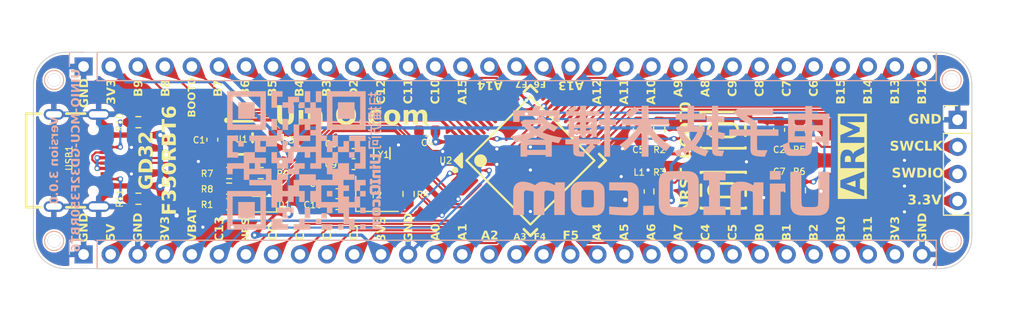
<source format=kicad_pcb>
(kicad_pcb (version 20221018) (generator pcbnew)
  (title_block (title "UINIO-MCU-GD32F350RBT6") (date "2023-08-30") (rev "Version 3.0.0") (company "电子技术博客 UinIO.com"))
  (layers (0 "F.Cu" signal) (31 "B.Cu" signal) (34 "B.Paste" user) (35 "F.Paste" user) (36 "B.SilkS" user "B.Silkscreen") (37 "F.SilkS" user "F.Silkscreen") (38 "B.Mask" user) (39 "F.Mask" user) (44 "Edge.Cuts" user))
  (net 0 "")
  (net 1 "GND")
  (net 2 "/VDD_5V")
  (net 3 "/BOOT0")
  (net 4 "/VDD_3.3V")
  (net 5 "Net-(C6-Pad2)")
  (net 6 "/NRST")
  (net 7 "Net-(U2-PC14-OSC32IN)")
  (net 8 "Net-(U2-PC15-OSC32OUT)")
  (net 9 "Net-(C10-Pad2)")
  (net 10 "Net-(D1-A)")
  (net 11 "/VBAT")
  (net 12 "/PC13")
  (net 13 "/PC0")
  (net 14 "/PC1")
  (net 15 "/PC2")
  (net 16 "/PC3")
  (net 17 "/PA0")
  (net 18 "/PA1")
  (net 19 "/PA2")
  (net 20 "/PA3")
  (net 21 "/PF4")
  (net 22 "/PF5")
  (net 23 "/PA4")
  (net 24 "/PA5")
  (net 25 "/PA6")
  (net 26 "/PA7")
  (net 27 "/PC4")
  (net 28 "/PC5")
  (net 29 "/PB0")
  (net 30 "/PB1")
  (net 31 "/PB2")
  (net 32 "/PB10")
  (net 33 "/PB11")
  (net 34 "/PB9")
  (net 35 "/PB8")
  (net 36 "/PB7")
  (net 37 "/PB6")
  (net 38 "/PB5")
  (net 39 "/PB4")
  (net 40 "/PB3")
  (net 41 "/PD2")
  (net 42 "/PC12")
  (net 43 "/PC11")
  (net 44 "/PC10")
  (net 45 "/PA15")
  (net 46 "/PA14{slash}SWCLK")
  (net 47 "/PF7")
  (net 48 "/PF6")
  (net 49 "/PA13{slash}SWDIO")
  (net 50 "/PA12")
  (net 51 "/PA11")
  (net 52 "/PA10")
  (net 53 "/PA9")
  (net 54 "/PA8")
  (net 55 "/PC9")
  (net 56 "/PC8")
  (net 57 "/PC7")
  (net 58 "/PC6")
  (net 59 "/PB15")
  (net 60 "/PB14")
  (net 61 "/PB13")
  (net 62 "/PB12")
  (net 63 "/VSSA")
  (net 64 "/PF0")
  (net 65 "/PF1")
  (net 67 "Net-(USB1-CC1)")
  (net 68 "/USB_Data+")
  (net 69 "/USB_Data-")
  (net 71 "Net-(USB1-CC2)")
  (footprint "Resistor_SMD:R_0603_1608Metric" (layer "F.Cu") (at 178.36 100.755 -90)
    (fp_text reference "R5")
    (fp_text value "10K")
  )
  (footprint "Capacitor_SMD:C_0603_1608Metric" (layer "F.Cu") (at 136.45 102.01)
    (fp_text reference "C8")
    (fp_text value "10pF")
  )
  (footprint "Capacitor_SMD:C_0603_1608Metric" (layer "F.Cu") (at 176.43 106.44 -90)
    (fp_text reference "C7")
    (fp_text value "0.1uF")
  )
  (footprint "Resistor_SMD:R_0603_1608Metric" (layer "F.Cu") (at 116.245 107.23)
    (fp_text reference "R11")
    (fp_text value "5.1K")
  )
  (footprint "Resistor_SMD:R_0603_1608Metric" (layer "F.Cu") (at 165.16 100.75 90)
    (fp_text reference "R2")
    (fp_text value "10K")
  )
  (footprint "Resistor_SMD:R_0603_1608Metric" (layer "F.Cu") (at 178.37 106.44 -90)
    (fp_text reference "R6")
    (fp_text value "10K")
  )
  (footprint "Resistor_SMD:R_0603_1608Metric" (layer "F.Cu") (at 116.245 100.04)
    (fp_text reference "R10")
    (fp_text value "5.1K")
  )
  (footprint "Uinio:Hole-1mm" (layer "F.Cu") (at 192.63 111.19 180)
    (fp_text reference "HOLE1" hide)
    (fp_text value "Hole-1mm" hide)
  )
  (footprint "Inductor_SMD:L_0603_1608Metric" (layer "F.Cu") (at 163.24 106.545 90)
    (fp_text reference "L1")
    (fp_text value "1KΩ 100Mhz")
  )
  (footprint "Capacitor_SMD:C_0603_1608Metric" (layer "F.Cu") (at 176.42 100.755 -90)
    (fp_text reference "C2")
    (fp_text value "0.1uF")
  )
  (footprint "Resistor_SMD:R_0603_1608Metric" (layer "F.Cu") (at 165.18 106.545 90)
    (fp_text reference "R3")
    (fp_text value "10K")
  )
  (footprint "Uinio:Hole-1mm" (layer "F.Cu") (at 108.33 111.19 180)
    (fp_text reference "HOLE3" hide)
    (fp_text value "Hole-1mm" hide)
  )
  (footprint "Resistor_SMD:R_0603_1608Metric" (layer "F.Cu") (at 141.62 106.78 -90)
    (fp_text reference "R4")
    (fp_text value "1M")
  )
  (footprint "Uinio:LQFP-64_L10.0-W10.0-P0.50-LS12.0-BL" (layer "F.Cu") (at 153.063363 103.64 -45)
    (fp_text reference "U2")
    (fp_text value "GD32F350RBT6")
  )
  (footprint "Crystal:Crystal_SMD_3225-4Pin_3.2x2.5mm" (layer "F.Cu") (at 138.66 106.77)
    (fp_text reference "Y2")
    (fp_text value "8MHz")
  )
  (footprint "Capacitor_SMD:C_0603_1608Metric" (layer "F.Cu") (at 136.45 103.98)
    (fp_text reference "C9")
    (fp_text value "10pF")
  )
  (footprint "Resistor_SMD:R_0603_1608Metric" (layer "F.Cu") (at 127.73 104.82 180)
    (fp_text reference "R9")
    (fp_text value "1.5K")
  )
  (footprint "Capacitor_SMD:C_0603_1608Metric" (layer "F.Cu") (at 163.24 100.75 -90)
    (fp_text reference "C5")
    (fp_text value "0.1uF")
  )
  (footprint "Uinio:SOT-23-5_L3.0-W1.7-P0.95-LS2.8-BR" (layer "F.Cu") (at 126.07 101.51 180)
    (fp_text reference "U1")
    (fp_text value "ME6211C33M5G-N")
  )
  (footprint "Capacitor_SMD:C_0603_1608Metric" (layer "F.Cu") (at 123.19 101.68 -90)
    (fp_text reference "C1")
    (fp_text value "1uF")
  )
  (footprint "Capacitor_SMD:C_0603_1608Metric" (layer "F.Cu") (at 128.95 101.67 -90)
    (fp_text reference "C3")
    (fp_text value "1uF")
  )
  (footprint "Uinio:Hole-1mm" (layer "F.Cu") (at 192.62 96.08 180)
    (fp_text reference "HOLE2" hide)
    (fp_text value "Hole-1mm" hide)
  )
  (footprint "Resistor_SMD:R_0603_1608Metric" (layer "F.Cu") (at 124.77 104.82 180)
    (fp_text reference "R7")
    (fp_text value "50R")
  )
  (footprint "Uinio:USB-C-SMD_TYPEC-304J-BCP16" (layer "F.Cu") (at 110.79 103.633599 -90)
    (fp_text reference "USB1")
    (fp_text value "USB_Type_C_16Pin")
  )
  (footprint "Capacitor_SMD:C_0603_1608Metric" (layer "F.Cu") (at 143.37 100.83)
    (fp_text reference "C4")
    (fp_text value "0.1uF")
  )
  (footprint "Uinio:KEY-SMD_4P-L4.2-W3.4-P2.15-LS4.7" (layer "F.Cu") (at 171.18 106.43)
    (fp_text reference "SW2" hide)
    (fp_text value "NRST")
  )
  (footprint "Resistor_SMD:R_0603_1608Metric" (layer "F.Cu") (at 124.77 107.74 180)
    (fp_text reference "R1")
    (fp_text value "2K")
  )
  (footprint "Resistor_SMD:R_0603_1608Metric" (layer "F.Cu") (at 124.77 106.28 180)
    (fp_text reference "R8")
    (fp_text value "50R")
  )
  (footprint "Connector_PinHeader_2.54mm:PinHeader_1x04_P2.54mm_Vertical" (layer "F.Cu") (at 193.18 99.82)
    (fp_text reference "J3" hide)
    (fp_text value "Conn_01x04_Pin")
  )
  (footprint "Uinio:KEY-SMD_4P-L4.2-W3.4-P2.15-LS4.7" (layer "F.Cu") (at 171.15 100.79)
    (fp_text reference "SW1" hide)
    (fp_text value "BOOT0")
  )
  (footprint "Capacitor_SMD:C_0603_1608Metric" (layer "F.Cu") (at 134.94 105.78 180)
    (fp_text reference "C6")
    (fp_text value "20pF")
  )
  (footprint "Uinio:CRYSTAL-FC135-32.768" (layer "F.Cu") (at 139.11 103 90)
    (fp_text reference "Y1")
    (fp_text value "32.768KHz")
  )
  (footprint "Uinio:Hole-1mm" (layer "F.Cu") (at 108.33 96.08 180)
    (fp_text reference "HOLE4" hide)
    (fp_text value "Hole-1mm" hide)
  )
  (footprint "LED_SMD:LED_0603_1608Metric" (layer "F.Cu") (at 127.73 107.74 180)
    (fp_text reference "D1")
    (fp_text value "LED_Red")
  )
  (footprint "Capacitor_SMD:C_0603_1608Metric" (layer "F.Cu") (at 134.93 107.73)
    (fp_text reference "C10")
    (fp_text value "20pF")
  )
  (footprint "Connector_PinHeader_2.54mm:PinHeader_1x32_P2.54mm_Vertical" (layer "B.Cu") (at 111.1 94.81 -90)
    (fp_text reference "J2" hide)
    (fp_text value "Conn_01x32_Pin")
  )
  (footprint "LOGO" (layer "B.Cu") (at 131.84 103.633599 -90)
    (fp_text reference "")
    (fp_text value "LOGO" hide)
  )
  (footprint "Connector_PinHeader_2.54mm:PinHeader_1x32_P2.54mm_Vertical" (layer "B.Cu") (at 111.1 112.46 -90)
    (fp_text reference "J1" hide)
    (fp_text value "Conn_01x32_Pin")
  )
  (footprint "LOGO" (layer "B.Cu") (at 166.21 103.652659 180)
    (fp_text reference "")
    (fp_text value "LOGO" hide)
  )
  (gr_arc (start 191.52 93.476099) (mid 193.641321 94.354779) (end 194.52 96.476099) (stroke (width 0.1)) (layer "Edge.Cuts"))
  (gr_line (start 194.52 96.476099) (end 194.52 110.791099) (stroke (width 0.1)) (layer "Edge.Cuts"))
  (gr_arc (start 194.52 110.791099) (mid 193.641321 112.91242) (end 191.52 113.791099) (stroke (width 0.1)) (layer "Edge.Cuts"))
  (gr_line (start 106.389999 110.791099) (end 106.389999 96.476099) (stroke (width 0.1)) (layer "Edge.Cuts"))
  (gr_arc (start 109.389999 113.791099) (mid 107.26868 112.912419) (end 106.389999 110.791099) (stroke (width 0.1)) (layer "Edge.Cuts"))
  (gr_line (start 109.389999 93.476099) (end 191.52 93.476099) (stroke (width 0.1)) (layer "Edge.Cuts"))
  (gr_line (start 191.52 113.791099) (end 109.389999 113.791099) (stroke (width 0.1)) (layer "Edge.Cuts"))
  (gr_arc (start 106.389999 96.476099) (mid 107.268679 94.354779) (end 109.389999 93.476099) (stroke (width 0.1)) (layer "Edge.Cuts"))
  (gr_text "Version 3.0.0" (at 108.37 103.633599 90) (layer "B.SilkS") (effects (font (size 0.8 0.8) (thickness 0.1) bold) (justify mirror)))
  (gr_text "UINIO-MCU-GD32F350RBT6" (at 110.4 103.633599 90) (layer "B.SilkS") (effects (font (size 0.8 0.8) (thickness 0.12) bold) (justify mirror)))
  (gr_text "B4" (at 131.417564 96.849232 90) (layer "F.SilkS") (effects (font (size 0.8 0.8) (thickness 0.1) bold)))
  (gr_text "F6" (at 153.94 96.45 180) (layer "F.SilkS") (effects (font (size 0.6 0.6) (thickness 0.1) bold)))
  (gr_text "A2" (at 149.24 110.71) (layer "F.SilkS") (effects (font (size 0.8 0.8) (thickness 0.1) bold)))
  (gr_text "BOOT0" (at 121.298787 97.723572 90) (layer "F.SilkS") (effects (font (size 0.7 0.7) (thickness 0.1) bold)))
  (gr_text "F7" (at 152.21 96.45 180) (layer "F.SilkS") (effects (font (size 0.6 0.6) (thickness 0.1) bold)))
  (gr_text "A8" (at 169.533336 96.868771 90) (layer "F.SilkS") (effects (font (size 0.8 0.8) (thickness 0.1) bold)))
  (gr_text "B14" (at 184.793334 97.17046 90) (layer "F.SilkS") (effects (font (size 0.8 0.8) (thickness 0.1) bold)))
  (gr_text "C3" (at 136.53 110.390551 90) (layer "F.SilkS") (effects (font (size 0.8 0.8) (thickness 0.1) bold)))
  (gr_text "B2" (at 179.71 110.39954 90) (layer "F.SilkS") (effects (font (size 0.8 0.8) (thickness 0.1) bold)))
  (gr_text "GND" (at 111.14 109.937627 90) (layer "F.SilkS") (effects (font (size 0.8 0.8) (thickness 0.1) bold)))
  (gr_text "C7" (at 177.163335 96.85822 90) (layer "F.SilkS") (effects (font (size 0.8 0.8) (thickness 0.1) bold)))
  (gr_text "A13" (at 156.87 96.55 180) (layer "F.SilkS") (effects (font (size 0.8 0.8) (thickness 0.1) bold)))
  (gr_text "C2" (at 134.01 110.390551 90) (layer "F.SilkS") (effects (font (size 0.8 0.8) (thickness 0.1) bold)))
  (gr_text "A9" (at 166.990003 96.868771 90) (layer "F.SilkS") (effects (font (size 0.8 0.8) (thickness 0.1) bold)))
  (gr_text "B13" (at 187.336667 97.17046 90) (layer "F.SilkS") (effects (font (size 0.8 0.8) (thickness 0.1) bold)))
  (gr_text "A12" (at 159.36 97.19 90) (layer "F.SilkS") (effects (font (size 0.8 0.8) (thickness 0.1) bold)))
  (gr_text "BOOT0" (at 167.69 100.79 90) (layer "F.SilkS") (effects (font (size 1 1) (thickness 0.15) bold)))
  (gr_text "C1" (at 131.47 110.390551 90) (layer "F.SilkS") (effects (font (size 0.8 0.8) (thickness 0.1) bold)))
  (gr_text "3V3" (at 139.1 110.069323 90) (layer "F.SilkS") (effects (font (size 0.8 0.8) (thickness 0.1) bold)))
  (gr_text "C10" (at 144.169594 97.18 90) (layer "F.SilkS") (effects (font (size 0.8 0.8) (thickness 0.1) bold)))
  (gr_text "A0" (at 144.19 110.38 90) (layer "F.SilkS") (effects (font (size 0.8 0.8) (thickness 0.1) bold)))
  (gr_text "B8" (at 118.831228 96.849232 90) (layer "F.SilkS") (effects (font (size 0.8 0.8) (thickness 0.1) bold)))
  (gr_text "5V" (at 113.688275 110.390551 90) (layer "F.SilkS") (effects (font (size 0.8 0.8) (thickness 0.1) bold)))
  (gr_text "F5" (at 156.85 110.71) (layer "F.SilkS") (effects (font (size 0.8 0.8) (thickness 0.1) bold)))
  (gr_text "B9" (at 116.280822 96.849232 90) (layer "F.SilkS") (effects (font (size 0.8 0.8) (thickness 0.1) bold)))
  (gr_text "C9" (at 172.076669 96.85822 90) (layer "F.SilkS") (effects (font (size 0.8 0.8) (thickness 0.1) bold)))
  (gr_text "GND" (at 189.9 109.937627 90) (layer "F.SilkS") (effects (font (size 0.8 0.8) (thickness 0.1) bold)))
  (gr_text "3.3V" (at 190.073322 107.39) (layer "F.SilkS") (effects (font (size 0.9 0.9) (thickness 0.15) bold)))
  (gr_text "A10" (at 164.44667 97.19 90) (layer "F.SilkS") (effects (font (size 0.8 0.8) (thickness 0.1) bold)))
  (gr_text "VBAT" (at 121.333064 109.664466 90) (layer "F.SilkS") (effects (font (size 0.8 0.8) (thickness 0.1) bold)))
  (gr_text "C11" (at 141.619188 97.16 90) (layer "F.SilkS") (effects (font (size 0.8 0.8) (thickness 0.1) bold)))
  (gr_text "ARM" (at 184.79 107.0224 90) (layer "F.SilkS" knockout) (effects (font (size 2.2 2.2) (thickness 0.3) bold) (justify left bottom)))
  (gr_text "B0" (at 174.625 110.39954 90) (layer "F.SilkS") (effects (font (size 0.8 0.8) (thickness 0.1) bold)))
  (gr_text "A1" (at 146.73 110.38 90) (layer "F.SilkS") (effects (font (size 0.8 0.8) (thickness 0.1) bold)))
  (gr_text "A11" (at 161.903337 97.19 90) (layer "F.SilkS") (effects (font (size 0.8 0.8) (thickness 0.1) bold)))
  (gr_text "GND" (at 141.64 109.937627 90) (layer "F.SilkS") (effects (font (size 0.8 0.8) (thickness 0.1) bold)))
  (gr_text "SWCLK" (at 189.3 102.336668) (layer "F.SilkS") (effects (font (size 0.9 0.9) (thickness 0.15) bold)))
  (gr_text "C8" (at 174.620002 96.85822 90) (layer "F.SilkS") (effects (font (size 0.8 0.8) (thickness 0.1) bold)))
  (gr_text "3V3" (at 113.730416 97.179448 90) (layer "F.SilkS") (effects (font (size 0.8 0.8) (thickness 0.1) bold)))
  (gr_text "C4" (at 169.54 110.390551 90) (layer "F.SilkS") (effects (font (size 0.8 0.8) (thickness 0.1) bold)))
  (gr_text "A5" (at 161.9125 110.38 90) (layer "F.SilkS") (effects (font (size 0.8 0.8) (thickness 0.1) bold)))
  (gr_text "GND" (at 190.108053 99.81) (layer "F.SilkS") (effects (font (size 0.9 0.9) (thickness 0.15) bold)))
  (gr_text "B6" (at 126.316752 96.849232 90) (layer "F.SilkS") (effects (font (size 0.8 0.8) (thickness 0.1) bold)))
  (gr_text "B12" (at 189.88 97.17046 90) (layer "F.SilkS") (effects (font (size 0.8 0.8) (thickness 0.1) bold)))
  (gr_text "B1" (at 177.1675 110.39954 90) (layer "F.SilkS") (effects (font (size 0.8 0.8) (thickness 0.1) bold)))
  (gr_text "C5" (at 172.0825 110.390551 90) (layer "F.SilkS") (effects (font (size 0.8 0.8) (thickness 0.1) bold)))
  (gr_text "A4" (at 159.37 110.38 90) (layer "F.SilkS") (effects (font (size 0.8 0.8) (thickness 0.1) bold)))
  (gr_text "NRST" (at 167.69 106.43 90) (layer "F.SilkS") (effects (font (size 1 1) (thickness 0.15) bold)))
  (gr_text "3V3" (at 118.784801 110.069323 90) (layer "F.SilkS") (effects (font (size 0.8 0.8) (thickness 0.1) bold)))
  (gr_text "C0" (at 128.91 110.390551 90) (layer "F.SilkS") (effects (font (size 0.8 0.8) (thickness 0.1) bold)))
  (gr_text "B11" (at 184.795 110.078311 90) (layer "F.SilkS") (effects (font (size 0.8 0.8) (thickness 0.1) bold)))
  (gr_text "C13" (at 123.881327 110.069323 90) (layer "F.SilkS") (effects (font (size 0.8 0.8) (thickness 0.1) bold)))
  (gr_text "F4" (at 153.95 110.82) (layer "F.SilkS") (effects (font (size 0.6 0.6) (thickness 0.1) bold)))
  (gr_text "A14" (at 149.26 96.55 180) (layer "F.SilkS") (effects (font (size 0.8 0.8) (thickness 0.1) bold)))
  (gr_text "3V3" (at 187.35 110.07 90) (layer "F.SilkS") (effects (font (size 0.8 0.8) (thickness 0.1) bold)))
  (gr_text "A7" (at 166.9975 110.38 90) (layer "F.SilkS") (effects (font (size 0.8 0.8) (thickness 0.1) bold)))
  (gr_text "NRST" (at 126.346743 109.815506 90) (layer "F.SilkS") (effects (font (size 0.7 0.7) (thickness 0.1) bold)))
  (gr_text "B10" (at 182.2525 110.078311 90) (layer "F.SilkS") (effects (font (size 0.8 0.8) (thickness 0.1) bold)))
  (gr_text "B15" (at 182.250001 97.17046 90) (layer "F.SilkS") (effects (font (size 0.8 0.8) (thickness 0.1) bold)))
  (gr_text "D2" (at 136.518376 96.855875 90) (layer "F.SilkS") (effects (font (size 0.8 0.8) (thickness 0.1) bold)))
  (gr_text "GND" (at 116.236538 109.937627 90) (layer "F.SilkS") (effects (font (size 0.8 0.8) (thickness 0.1) bold)))
  (gr_text "UinIO.com" (at 129.04 100.58) (layer "F.SilkS") (effects (font (size 1.8 1.8) (thickness 0.3) bold) (justify left bottom)))
  (gr_text "A15" (at 146.72 97.19 90) (layer "F.SilkS") (effects (font (size 0.8 0.8) (thickness 0.1) bold)))
  (gr_text "B7" (at 123.766346 96.849232 90) (layer "F.SilkS") (effects (font (size 0.8 0.8) (thickness 0.1) bold)))
  (gr_text "A6" (at 164.455 110.38 90) (layer "F.SilkS") (effects (font (size 0.8 0.8) (thickness 0.1) bold)))
  (gr_text "GND" (at 111.18 97.311144 90) (layer "F.SilkS") (effects (font (size 0.8 0.8) (thickness 0.1) bold)))
  (gr_text "SWDIO" (at 189.425296 104.863334) (layer "F.SilkS") (effects (font (size 0.9 0.9) (thickness 0.15) bold)))
  (gr_text "B5" (at 128.867158 96.849232 90) (layer "F.SilkS") (effects (font (size 0.8 0.8) (thickness 0.1) bold)))
  (gr_text "A3" (at 152.08 110.82) (layer "F.SilkS") (effects (font (size 0.6 0.6) (thickness 0.1) bold)))
  (gr_text "C6" (at 179.706668 96.85822 90) (layer "F.SilkS") (effects (font (size 0.8 0.8) (thickness 0.1) bold)))
  (gr_text "B3" (at 133.96797 96.849232 90) (layer "F.SilkS") (effects (font (size 0.8 0.8) (thickness 0.1) bold)))
  (gr_text "C12" (at 139.068782 97.18 90) (layer "F.SilkS") (effects (font (size 0.8 0.8) (thickness 0.1) bold)))
  (gr_text "GD32\nF350RBT6" (at 118.13 103.633599 90) (layer "F.SilkS") (effects (font (size 1.3 1.3) (thickness 0.15) bold)))
  (segment (start 135.675 103.98) (end 135.675 102.01) (width 0.3) (layer "F.Cu") (net 1))
  (segment (start 135.715 104.955) (end 131.3025 104.955) (width 0.3) (layer "F.Cu") (net 1))
  (segment (start 117.054 107.306) (end 115.16 109.2) (width 0.4) (layer "F.Cu") (net 1))
  (segment (start 112.509 99.308599) (end 112.509 99.669) (width 0.5) (layer "F.Cu") (net 1))
  (segment (start 115.16 109.2) (end 112.59 109.2) (width 0.4) (layer "F.Cu") (net 1))
  (segment (start 165.365 99.72) (end 168.995 99.72) (width 0.3) (layer "F.Cu") (net 1))
  (segment (start 123.785 101.224) (end 123.18 100.619) (width 0.3) (layer "F.Cu") (net 1))
  (segment (start 146.699402 101.859402) (end 144.67 99.83) (width 0.3) (layer "F.Cu") (net 1))
  (segment (start 133.25625 102.182278) (end 133.25625 102.18375) (width 0.3) (layer "F.Cu") (net 1))
  (segment (start 142.595 101.590026) (end 142.595 100.83) (width 0.3) (layer "F.Cu") (net 1))
  (segment (start 149.9 103.99) (end 149.91 104) (width 0.3) (layer "F.Cu") (net 1))
  (segment (start 112.509 107.595599) (end 113.271 106.833599) (width 0.5) (layer "F.Cu") (net 1))
  (segment (start 144.7595 108.78) (end 134.38 108.78) (width 0.3) (layer "F.Cu") (net 1))
  (segment (start 151.695 103.24) (end 150.935 104) (width 0.3) (layer "F.Cu") (net 1))
  (segment (start 162.0695 107.3325) (end 163.24 107.3325) (width 0.3) (layer "F.Cu") (net 1))
  (segment (start 135.715 104.955) (end 142.425 104.955) (width 0.3) (layer "F.Cu") (net 1))
  (segment (start 134.38 108.78) (end 134.155 108.555) (width 0.3) (layer "F.Cu") (net 1))
  (segment (start 162.645 99.975) (end 159.38 103.24) (width 0.3) (layer "F.Cu") (net 1))
  (segment (start 119.835 108.805) (end 116.18 112.46) (width 0.5) (layer "F.Cu") (net 1))
  (segment (start 143.795474 102.7905) (end 142.595 101.590026) (width 0.3) (layer "F.Cu") (net 1))
  (segment (start 163.24 99.975) (end 162.645 99.975) (width 0.3) (layer "F.Cu") (net 1))
  (segment (start 144.83 103.99) (end 143.52 103.99) (width 0.3) (layer "F.Cu") (net 1))
  (segment (start 176.42 99.98) (end 178.31 99.98) (width 0.3) (layer "F.Cu") (net 1))
  (segment (start 118.99 99.83) (end 118.03 98.87) (width 0.3) (layer "F.Cu") (net 1))
  (segment (start 128.5175 107.74) (end 134.145 107.74) (width 0.3) (layer "F.Cu") (net 1))
  (segment (start 144.7395 107.2695) (end 146.27 107.2695) (width 0.3) (layer "F.Cu") (net 1))
  (segment (start 133.25625 102.18375) (end 128.5175 106.9225) (width 0.3) (layer "F.Cu") (net 1))
  (segment (start 123.13 99.83) (end 118.99 99.83) (width 0.3) (layer "F.Cu") (net 1))
  (segment (start 163.24 99.975) (end 165.11 99.975) (width 0.3) (layer "F.Cu") (net 1))
  (segment (start 135.715 104.955) (end 135.715 104.02) (width 0.3) (layer "F.Cu") (net 1))
  (segment (start 133.43 102.01) (end 133.34 102.1) (width 0.2) (layer "F.Cu") (net 1))
  (segment (start 169 99.715) (end 173.3 99.715) (width 0.3) (layer "F.Cu") (net 1))
  (segment (start 143.52 103.99) (end 140.36 100.83) (width 0.3) (layer "F.Cu") (net 1))
  (segment (start 124.76 101.224) (end 123.785 101.224) (width 0.3) (layer "F.Cu") (net 1))
  (segment (start 134.608528 100.83) (end 133.25625 102.182278) (width 0.3) (layer "F.Cu") (net 1))
  (segment (start 134.155 108.555) (end 134.155 107.73) (width 0.3) (layer "F.Cu") (net 1))
  (segment (start 112.509 99.669) (end 113.271 100.431) (width 0.5) (layer "F.Cu") (net 1))
  (segment (start 131.3025 104.955) (end 128.5175 107.74) (width 0.3) (layer "F.Cu") (net 1))
  (segment (start 135.715 105.78) (end 135.715 104.955) (width 0.3) (layer "F.Cu") (net 1))
  (segment (start 113.971401 99.308599) (end 112.509 99.308599) (width 0.3) (layer "F.Cu") (net 1))
  (segment (start 122.3 109.9) (end 125.08 109.9) (width 0.13) (layer "F.Cu") (net 1))
  (segment (start 173.305 99.71) (end 176.15 99.71) (width 0.3) (layer "F.Cu") (net 1))
  (segment (start 112.509 109.119) (end 112.509 107.958599) (width 0.4) (layer "F.Cu") (net 1))
  (segment (start 112.59 109.2) (end 112.509 109.119) (width 0.4) (layer "F.Cu") (net 1))
  (segment (start 140.36 100.83) (end 134.608528 100.83) (width 0.3) (layer "F.Cu") (net 1))
  (segment (start 118.03 98.87) (end 114.41 98.87) (width 0.3) (layer "F.Cu") (net 1))
  (segment (start 135.675 102.01) (end 133.43 102.01) (width 0.3) (layer "F.Cu") (net 1))
  (segment (start 142.425 104.955) (end 142.71 105.24) (width 0.3) (layer "F.Cu") (net 1))
  (segment (start 178.47 99.82) (end 193.18 99.82) (width 0.3) (layer "F.Cu") (net 1))
  (segment (start 161.352057 107.3325) (end 162.0695 107.3325) (width 0.3) (layer "F.Cu") (net 1))
  (segment (start 147.387169 102.56) (end 146.699402 101.872233) (width 0.3) (layer "F.Cu") (net 1))
  (segment (start 128.92 99.83) (end 123.13 99.83) (width 0.3) (layer "F.Cu") (net 1))
  (segment (start 114.41 98.87) (end 113.971401 99.308599) (width 0.3) (layer "F.Cu") (net 1))
  (segment (start 123.17 99.87) (end 123.17 100.885) (width 0.3) (layer "F.Cu") (net 1))
  (segment (start 112.509 107.958599) (end 112.509 107.595599) (width 0.5) (layer "F.Cu") (net 1))
  (segment (start 150.935 104) (end 149.91 104) (width 0.3) (layer "F.Cu") (net 1))
  (segment (start 142.71 105.24) (end 144.7395 107.2695) (width 0.3) (layer "F.Cu") (net 1))
  (segment (start 144.83 102.7905) (end 143.795474 102.7905) (width 0.3) (layer "F.Cu") (net 1))
  (segment (start 128.92 99.83) (end 128.94 99.85) (width 0.3) (layer "F.Cu") (net 1))
  (segment (start 128.94 99.85) (end 128.94 100.885) (width 0.3) (layer "F.Cu") (net 1))
  (segment (start 159.38 103.24) (end 151.695 103.24) (width 0.3) (layer "F.Cu") (net 1))
  (segment (start 144.83 103.99) (end 149.9 103.99) (width 0.3) (layer "F.Cu") (net 1))
  (segment (start 159.427324 105.407767) (end 161.352057 107.3325) (width 0.3) (layer "F.Cu") (net 1))
  (segment (start 149.91 102.56) (end 147.387169 102.56) (width 0.3) (layer "F.Cu") (net 1))
  (segment (start 123.13 99.83) (end 123.17 99.87) (width 0.3) (layer "F.Cu") (net 1))
  (segment (start 146.699402 101.872233) (end 146.699402 101.859402) (width 0.3) (layer "F.Cu") (net 1))
  (segment (start 128.5175 106.9225) (end 128.5175 107.74) (width 0.3) (layer "F.Cu") (net 1))
  (segment (start 144.67 99.83) (end 128.92 99.83) (width 0.3) (layer "F.Cu") (net 1))
  (via (at 164.11 104.53) (size 0.5) (drill 0.3) (layers "F.Cu" "B.Cu") (net 1))
  (via (at 125.08 109.9) (size 0.5) (drill 0.3) (layers "F.Cu" "B.Cu") (net 1))
  (via (at 149.91 104) (size 0.5) (drill 0.3) (layers "F.Cu" "B.Cu") (net 1))
  (via (at 153.06 104.53) (size 0.5) (drill 0.3) (layers "F.Cu" "B.Cu") (net 1))
  (via (at 122.3 109.9) (size 0.5) (drill 0.3) (layers "F.Cu" "B.Cu") (net 1))
  (via (at 144.83 102.7905) (size 0.5) (drill 0.3) (layers "F.Cu" "B.Cu") (net 1))
  (via (at 144.83 103.99) (size 0.5) (drill 0.3) (layers "F.Cu" "B.Cu") (net 1))
  (via (at 161.964 107.3325) (size 0.9) (drill 0.4) (layers "F.Cu" "B.Cu") (net 1))
  (via (at 174.97209 107.12315) (size 0.7) (drill 0.3) (layers "F.Cu" "B.Cu") (net 1))
  (via (at 188.19 108.46) (size 0.5) (drill 0.3) (layers "F.Cu" "B.Cu") (net 1))
  (via (at 128.5175 106.9225) (size 0.5) (drill 0.3) (layers "F.Cu" "B.Cu") (net 1))
  (via (at 161.59 105.15) (size 0.5) (drill 0.3) (layers "F.Cu" "B.Cu") (net 1))
  (via (at 115.594819 102.404427) (size 0.5) (drill 0.3) (layers "F.Cu" "B.Cu") (net 1))
  (via (at 161.7 102.53) (size 0.5) (drill 0.3) (layers "F.Cu" "B.Cu") (net 1))
  (via (at 173.35 103.76) (size 0.5) (drill 0.3) (layers "F.Cu" "B.Cu") (net 1))
  (via (at 153.06 108.43) (size 0.5) (drill 0.3) (layers "F.Cu" "B.Cu") (net 1))
  (via (at 115.59 104.9) (size 0.5) (drill 0.3) (layers "F.Cu" "B.Cu") (net 1))
  (via (at 188.19 106.04) (size 0.5) (drill 0.3) (layers "F.Cu" "B.Cu") (net 1))
  (via (at 152.68 99.27) (size 0.5) (drill 0.3) (layers "F.Cu" "B.Cu") (net 1))
  (via (at 146.27 107.2695) (size 0.5) (drill 0.3) (layers "F.Cu" "B.Cu") (net 1))
  (via (at 121.88 103.73) (size 0.5) (drill 0.3) (layers "F.Cu" "B.Cu") (net 1))
  (via (at 188.19 103.62) (size 0.5) (drill 0.3) (layers "F.Cu" "B.Cu") (net 1))
  (via (at 149.91 102.56) (size 0.5) (drill 0.3) (layers "F.Cu" "B.Cu") (net 1))
  (via (at 119.835 108.805) (size 0.9) (drill 0.4) (layers "F.Cu" "B.Cu") (net 1))
  (via (at 153.06 102.37) (size 0.5) (drill 0.3) (layers "F.Cu" "B.Cu") (net 1))
  (via (at 129.62 103.76) (size 0.5) (drill 0.3) (layers "F.Cu" "B.Cu") (net 1))
  (via (at 144.7595 108.78) (size 0.5) (drill 0.3) (layers "F.Cu" "B.Cu") (net 1))
  (via (at 180.35 106.53) (size 0.5) (drill 0.3) (layers "F.Cu" "B.Cu") (net 1))
  (via (at 140.67 102.18) (size 0.5) (drill 0.3) (layers "F.Cu" "B.Cu") (net 1))
  (segment (start 149.91 104) (end 149.91 104.944974) (width 0.3) (layer "B.Cu") (net 1))
  (segment (start 144.83 102.7905) (end 144.83 103.99) (width 0.3) (layer "B.Cu") (net 1))
  (segment (start 112.509 107.958599) (end 108.309 107.958599) (width 0.5) (layer "B.Cu") (net 1))
  (segment (start 149.9 102.56) (end 146.27 106.19) (width 0.3) (layer "B.Cu") (net 1))
  (segment (start 118.998599 107.958599) (end 112.509 107.958599) (width 0.5) (layer "B.Cu") (net 1))
  (segment (start 108.309 107.958599) (end 108.309 99.308599) (width 0.5) (layer "B.Cu") (net 1))
  (segment (start 142.98 111.08) (end 141.6 112.46) (width 0.3) (layer "B.Cu") (net 1))
  (segment (start 121.88 100) (end 121.055 99.175) (width 0.3) (layer "B.Cu") (net 1))
  (segment (start 149.91 102.56) (end 149.9 102.56) (width 0.3) (layer "B.Cu") (net 1))
  (segment (start 119.835 108.795) (end 118.998599 107.958599) (width 0.5) (layer "B.Cu") (net 1))
  (segment (start 121.055 99.175) (end 112.519 99.175) (width 0.3) (layer "B.Cu") (net 1))
  (segment (start 149.91 104.944974) (end 143.774974 111.08) (width 0.3) (layer "B.Cu") (net 1))
  (segment (start 143.774974 111.08) (end 142.98 111.08) (width 0.3) (layer "B.Cu") (net 1))
  (segment (start 108.309 99.308599) (end 112.509 99.308599) (width 0.5) (layer "B.Cu") (net 1))
  (segment (start 146.27 106.19) (end 146.27 107.2695) (width 0.3) (layer "B.Cu") (net 1))
  (segment (start 119.835 108.805) (end 119.835 108.795) (width 0.5) (layer "B.Cu") (net 1))
  (segment (start 121.88 103.73) (end 121.88 100) (width 0.3) (layer "B.Cu") (net 1))
  (segment (start 144.7595 108.78) (end 146.27 107.2695) (width 0.3) (layer "B.Cu") (net 1))
  (segment (start 149.91 102.56) (end 149.91 104) (width 0.3) (layer "B.Cu") (net 1))
  (segment (start 129.62 103.76) (end 129.62 105.82) (width 0.3) (layer "B.Cu") (net 1))
  (segment (start 121.91 103.76) (end 129.62 103.76) (width 0.3) (layer "B.Cu") (net 1))
  (segment (start 121.88 103.73) (end 121.91 103.76) (width 0.3) (layer "B.Cu") (net 1))
  (segment (start 129.62 105.82) (end 128.5175 106.9225) (width 0.3) (layer "B.Cu") (net 1))
  (segment (start 124.77 102.46) (end 125.71 102.46) (width 0.5) (layer "F.Cu") (net 2))
  (segment (start 125.71 102.46) (end 126.07 102.1) (width 0.5) (layer "F.Cu") (net 2))
  (segment (start 118.32 107.74) (end 123.945 107.74) (width 0.5) (layer "F.Cu") (net 2))
  (segment (start 119.515 102.455) (end 118.31 101.25) (width 0.5) (layer "F.Cu") (net 2))
  (segment (start 118.31 101.25) (end 113.287401 101.25) (width 0.5) (layer "F.Cu") (net 2))
  (segment (start 126.07 100.86) (end 125.77 100.56) (width 0.5) (layer "F.Cu") (net 2))
  (segment (start 125.77 100.56) (end 124.77 100.56) (width 0.5) (layer "F.Cu") (net 2))
  (segment (start 126.07 102.1) (end 126.07 100.86) (width 0.5) (layer "F.Cu") (net 2))
  (segment (start 118.32 107.74) (end 118.36 107.74) (width 0.5) (layer "F.Cu") (net 2))
  (segment (start 118.29 107.71) (end 118.32 107.74) (width 0.5) (layer "F.Cu") (net 2))
  (segment (start 118.36 107.74) (end 113.64 112.46) (width 0.5) (layer "F.Cu") (net 2))
  (segment (start 124.765 102.455) (end 119.515 102.455) (width 0.5) (layer "F.Cu") (net 2))
  (segment (start 113.274599 106.03) (end 118.29 106.03) (width 0.5) (layer "F.Cu") (net 2))
  (segment (start 118.29 106.03) (end 118.29 107.71) (width 0.5) (layer "F.Cu") (net 2))
  (via (at 118.29 106.03) (size 0.9) (drill 0.4) (layers "F.Cu" "B.Cu") (net 2))
  (via (at 118.31 101.25) (size 0.9) (drill 0.4) (layers "F.Cu" "B.Cu") (net 2))
  (segment (start 118.31 106.01) (end 118.29 106.03) (width 0.5) (layer "B.Cu") (net 2))
  (segment (start 118.31 101.25) (end 118.31 106.01) (width 0.5) (layer "B.Cu") (net 2))
  (segment (start 145.828489 98.88) (end 125.43 98.88) (width 0.2) (layer "F.Cu") (net 3))
  (segment (start 166.974 101.596) (end 167.8 100.77) (width 0.2) (layer "F.Cu") (net 3))
  (segment (start 167.8 100.77) (end 174.83 100.77) (width 0.2) (layer "F.Cu") (net 3))
  (segment (start 149.914 101.596) (end 148.544489 101.596) (width 0.2) (layer "F.Cu") (net 3))
  (segment (start 166.536 101.596) (end 165.181 101.596) (width 0.2) (layer "F.Cu") (net 3))
  (segment (start 147.760062 100.811573) (end 145.828489 98.88) (width 0.2) (layer "F.Cu") (net 3))
  (segment (start 175.59 101.53) (end 176.42 101.53) (width 0.2) (layer "F.Cu") (net 3))
  (segment (start 148.544489 101.596) (end 147.760062 100.811573) (width 0.2) (layer "F.Cu") (net 3))
  (segment (start 174.83 100.77) (end 175.59 101.53) (width 0.2) (layer "F.Cu") (net 3))
  (segment (start 125.43 98.88) (end 121.26 94.71) (width 0.2) (layer "F.Cu") (net 3))
  (segment (start 166.536 101.596) (end 166.974 101.596) (width 0.2) (layer "F.Cu") (net 3))
  (via (at 149.914 101.596) (size 0.5) (drill 0.3) (layers "F.Cu" "B.Cu") (net 3))
  (via (at 166.536 101.596) (size 0.5) (drill 0.3) (layers "F.Cu" "B.Cu") (net 3))
  (segment (start 166.536 101.596) (end 149.914 101.596) (width 0.2) (layer "B.Cu") (net 3))
  (segment (start 178.37 107.86) (end 178.58 108.07) (width 0.3) (layer "F.Cu") (net 4))
  (segment (start 128.94 102.159) (end 128.94 103.31) (width 0.3) (layer "F.Cu") (net 4))
  (segment (start 150.588489 109.301511) (end 149.1 110.79) (width 0.2) (layer "F.Cu") (net 4))
  (segment (start 129.17 108.64) (end 130.34 108.64) (width 0.3) (layer "F.Cu") (net 4))
  (segment (start 177.4 104.59) (end 174.67 101.86) (width 0.3) (layer "F.Cu") (net 4))
  (segment (start 144.16 101.89) (end 144.16 100.845) (width 0.3) (layer "F.Cu") (net 4))
  (segment (start 178.58 108.07) (end 182.81 108.07) (width 0.3) (layer "F.Cu") (net 4))
  (segment (start 178.37 107.265) (end 178.37 107.86) (width 0.3) (layer "F.Cu") (net 4))
  (segment (start 178.345 107.265) (end 177.4 106.32) (width 0.3) (layer "F.Cu") (net 4))
  (segment (start 169 101.865) (end 169 102.489) (width 0.3) (layer "F.Cu") (net 4))
  (segment (start 174.67 101.86) (end 173.305 101.86) (width 0.3) (layer "F.Cu") (net 4))
  (segment (start 130.275 102.445) (end 128.95 102.445) (width 0.3) (layer "F.Cu") (net 4))
  (segment (start 163.23 102.354) (end 163.23 101.83) (width 0.3) (layer "F.Cu") (net 4))
  (segment (start 178.545 107.44) (end 193.18 107.44) (width 0.3) (layer "F.Cu") (net 4))
  (segment (start 177.4 106.32) (end 177.4 104.59) (width 0.3) (layer "F.Cu") (net 4))
  (segment (start 128.555 103.695) (end 128.555 104.82) (width 0.3) (layer "F.Cu") (net 4))
  (segment (start 161.266663 106.54) (end 164.85 106.54) (width 0.3) (layer "F.Cu") (net 4))
  (segment (start 166.27 107.37) (end 166.29 107.39) (width 0.3) (layer "F.Cu") (net 4))
  (segment (start 168.479 103.01) (end 167.34 103.01) (width 0.3) (layer "F.Cu") (net 4))
  (segment (start 144.16 101.89) (end 146.010063 101.89) (width 0.3) (layer "F.Cu") (net 4))
  (segment (start 165.18 107.37) (end 166.27 107.37) (width 0.3) (layer "F.Cu") (net 4))
  (segment (start 130.34 108.64) (end 122.54 108.64) (width 0.3) (layer "F.Cu") (net 4))
  (segment (start 159.780877 105.054214) (end 161.266663 106.54) (width 0.3) (layer "F.Cu") (net 4))
  (segment (start 128.94 103.31) (end 128.555 103.695) (width 0.3) (layer "F.Cu") (net 4))
  (segment (start 169 102.489) (end 168.479 103.01) (width 0.3) (layer "F.Cu") (net 4))
  (segment (start 164.85 106.54) (end 165.18 106.87) (width 0.3) (layer "F.Cu") (net 4))
  (segment (start 182.81 108.07) (end 187.3 112.56) (width 0.3) (layer "F.Cu") (net 4))
  (segment (start 149.1 110.79) (end 140.81 110.79) (width 0.2) (layer "F.Cu") (net 4))
  (segment (start 122.54 108.64) (end 118.72 112.46) (width 0.3) (layer "F.Cu") (net 4))
  (segment (start 130.34 102.38) (end 130.275 102.445) (width 0.3) (layer "F.Cu") (net 4))
  (segment (start 127.37 100.94) (end 127.37 100.56) (width 0.3) (layer "F.Cu") (net 4))
  (segment (start 140.81 110.79) (end 139.04 112.56) (width 0.2) (layer "F.Cu") (net 4))
  (segment (start 165.18 106.87) (end 165.18 107.37) (width 0.3) (layer "F.Cu") (net 4))
  (segment (start 167.34 103.01) (end 163.886 103.01) (width 0.3) (layer "F.Cu") (net 4))
  (segment (start 163.886 103.01) (end 163.23 102.354) (width 0.3) (layer "F.Cu") (net 4))
  (segment (start 128.805 102.375) (end 127.37 100.94) (width 0.3) (layer "F.Cu") (net 4))
  (segment (start 127.16 110.65) (end 129.17 108.64) (width 0.3) (layer "F.Cu") (net 4))
  (segment (start 173.3 101.865) (end 169 101.865) (width 0.3) (layer "F.Cu") (net 4))
  (via (at 127.16 110.65) (size 0.7) (drill 0.3) (layers "F.Cu" "B.Cu") (net 4))
  (via (at 130.34 108.64) (size 0.9) (drill 0.4) (layers "F.Cu" "B.Cu") (net 4))
  (via (at 144.16 101.89) (size 0.7) (drill 0.3) (layers "F.Cu" "B.Cu") (net 4))
  (via (at 166.29 107.39) (size 0.7) (drill 0.3) (layers "F.Cu" "B.Cu") (net 4))
  (via (at 167.34 103.01) (size 0.7) (drill 0.3) (layers "F.Cu" "B.Cu") (net 4))
  (via (at 130.34 102.38) (size 0.9) (drill 0.4) (layers "F.Cu" "B.Cu") (net 4))
  (segment (start 137.23 110.65) (end 139.04 112.46) (width 0.3) (layer "B.Cu") (net 4))
  (segment (start 166.91 100.58) (end 167.34 101.01) (width 0.3) (layer "B.Cu") (net 4))
  (segment (start 137.78 100.58) (end 166.91 100.58) (width 0.3) (layer "B.Cu") (net 4))
  (segment (start 124.21 96.24) (end 115.07 96.24) (width 0.3) (layer "B.Cu") (net 4))
  (segment (start 130.34 102.38) (end 130.34 102.37) (width 0.3) (layer "B.Cu") (net 4))
  (segment (start 130.34 102.37) (end 124.21 96.24) (width 0.3) (layer "B.Cu") (net 4))
  (segment (start 167.34 101.01) (end 167.34 103.01) (width 0.3) (layer "B.Cu") (net 4))
  (segment (start 115.07 96.24) (end 113.64 94.81) (width 0.3) (layer "B.Cu") (net 4))
  (segment (start 127.16 110.65) (end 137.23 110.65) (width 0.3) (layer "B.Cu") (net 4))
  (segment (start 130.34 102.38) (end 132.14 100.58) (width 0.3) (layer "B.Cu") (net 4))
  (segment (start 144.16 101.89) (end 144.16 100.58) (width 0.3) (layer "B.Cu") (net 4))
  (segment (start 166.29 104.06) (end 167.34 103.01) (width 0.3) (layer "B.Cu") (net 4))
  (segment (start 130.34 102.38) (end 130.34 108.64) (width 0.3) (layer "B.Cu") (net 4))
  (segment (start 132.14 100.58) (end 137.78 100.58) (width 0.3) (layer "B.Cu") (net 4))
  (segment (start 166.29 107.39) (end 166.29 104.06) (width 0.3) (layer "B.Cu") (net 4))
  (segment (start 144.16 100.58) (end 137.78 100.58) (width 0.3) (layer "B.Cu") (net 4))
  (segment (start 136.81 105.92) (end 136.06 106.67) (width 0.2) (layer "F.Cu") (net 5))
  (segment (start 134.46 106.67) (end 134.165 106.375) (width 0.2) (layer "F.Cu") (net 5))
  (segment (start 137.56 105.92) (end 136.81 105.92) (width 0.2) (layer "F.Cu") (net 5))
  (segment (start 134.165 106.375) (end 134.165 105.78) (width 0.2) (layer "F.Cu") (net 5))
  (segment (start 136.06 106.67) (end 134.46 106.67) (width 0.2) (layer "F.Cu") (net 5))
  (segment (start 152.052703 103.59) (end 148.467169 107.175534) (width 0.2) (layer "F.Cu") (net 6))
  (segment (start 148.467169 107.182831) (end 146.36 109.29) (width 0.2) (layer "F.Cu") (net 6))
  (segment (start 165.18 105.72) (end 165.18 104.65) (width 0.2) (layer "F.Cu") (net 6))
  (segment (start 129.62 109.29) (end 126.35 112.56) (width 0.2) (layer "F.Cu") (net 6))
  (segment (start 165.18 104.65) (end 164.12 103.59) (width 0.2) (layer "F.Cu") (net 6))
  (segment (start 167.215 105.155) (end 169.02 105.155) (width 0.2) (layer "F.Cu") (net 6))
  (segment (start 166.65 105.72) (end 167.215 105.155) (width 0.2) (layer "F.Cu") (net 6))
  (segment (start 164.12 103.59) (end 152.052703 103.59) (width 0.2) (layer "F.Cu") (net 6))
  (segment (start 176.12 105.355) (end 173.33 105.355) (width 0.2) (layer "F.Cu") (net 6))
  (segment (start 146.36 109.29) (end 129.62 109.29) (width 0.2) (layer "F.Cu") (net 6))
  (segment (start 165.18 105.72) (end 166.65 105.72) (width 0.2) (layer "F.Cu") (net 6))
  (segment (start 173.33 105.355) (end 169.03 105.355) (width 0.2) (layer "F.Cu") (net 6))
  (segment (start 139.58 102.83) (end 141.764264 102.83) (width 0.2) (layer "F.Cu") (net 7))
  (segment (start 139.11 102.36) (end 139.58 102.83) (width 0.2) (layer "F.Cu") (net 7))
  (segment (start 141.764264 102.83) (end 145.424264 106.49) (width 0.2) (layer "F.Cu") (net 7))
  (segment (start 145.424264 106.49) (end 146.324275 106.49) (width 0.2) (layer "F.Cu") (net 7))
  (segment (start 139.11 101.75) (end 137.485 101.75) (width 0.2) (layer "F.Cu") (net 7))
  (segment (start 146.324275 106.49) (end 147.052955 105.76132) (width 0.2) (layer "F.Cu") (net 7))
  (segment (start 139.11 101.79) (end 139.11 102.36) (width 0.2) (layer "F.Cu") (net 7))
  (segment (start 141.6 103.17) (end 145.25 106.82) (width 0.2) (layer "F.Cu") (net 8))
  (segment (start 146.701383 106.82) (end 147.406509 106.114874) (width 0.2) (layer "F.Cu") (net 8))
  (segment (start 139.11 103.64) (end 139.58 103.17) (width 0.2) (layer "F.Cu") (net 8))
  (segment (start 139.11 104.22) (end 139.11 103.64) (width 0.2) (layer "F.Cu") (net 8))
  (segment (start 145.25 106.82) (end 146.701383 106.82) (width 0.2) (layer "F.Cu") (net 8))
  (segment (start 139.11 104.25) (end 137.495 104.25) (width 0.2) (layer "F.Cu") (net 8))
  (segment (start 139.58 103.17) (end 141.6 103.17) (width 0.2) (layer "F.Cu") (net 8))
  (segment (start 139.76 106.92) (end 139.62 106.78) (width 0.2) (layer "F.Cu") (net 9))
  (segment (start 139.76 107.62) (end 139.76 106.92) (width 0.2) (layer "F.Cu") (net 9))
  (segment (start 136.655 106.78) (end 135.705 107.73) (width 0.2) (layer "F.Cu") (net 9))
  (segment (start 139.62 106.78) (end 136.655 106.78) (width 0.2) (layer "F.Cu") (net 9))
  (segment (start 126.9425 107.74) (end 125.595 107.74) (width 0.2) (layer "F.Cu") (net 10))
  (segment (start 146.131635 104.84) (end 146.345849 105.054214) (width 0.2) (layer "F.Cu") (net 11))
  (segment (start 145.49 104.84) (end 146.131635 104.84) (width 0.2) (layer "F.Cu") (net 11))
  (via (at 145.49 104.84) (size 0.5) (drill 0.3) (layers "F.Cu" "B.Cu") (net 11))
  (segment (start 141.06 109.29) (end 124.43 109.29) (width 0.2) (layer "B.Cu") (net 11))
  (segment (start 145.49 104.86) (end 141.06 109.29) (width 0.2) (layer "B.Cu") (net 11))
  (segment (start 124.43 109.29) (end 121.26 112.46) (width 0.2) (layer "B.Cu") (net 11))
  (segment (start 145.49 104.84) (end 145.49 104.86) (width 0.2) (layer "B.Cu") (net 11))
  (segment (start 149.19 104.57) (end 147.54 104.57) (width 0.2) (layer "F.Cu") (net 12))
  (segment (start 147.54 104.57) (end 146.702233 105.407767) (width 0.2) (layer "F.Cu") (net 12))
  (via (at 149.19 104.57) (size 0.5) (drill 0.3) (layers "F.Cu" "B.Cu") (net 12))
  (segment (start 149.19 104.57) (end 149.19 105) (width 0.2) (layer "B.Cu") (net 12))
  (segment (start 126.32 109.94) (end 123.8 112.46) (width 0.2) (layer "B.Cu") (net 12))
  (segment (start 149.19 105) (end 144.25 109.94) (width 0.2) (layer "B.Cu") (net 12))
  (segment (start 144.25 109.94) (end 126.32 109.94) (width 0.2) (layer "B.Cu") (net 12))
  (segment (start 146.759809 109.59) (end 131.85 109.59) (width 0.2) (layer "F.Cu") (net 13))
  (segment (start 131.85 109.59) (end 128.88 112.56) (width 0.2) (layer "F.Cu") (net 13))
  (segment (start 148.820722 107.529087) (end 146.759809 109.59) (width 0.2) (layer "F.Cu") (net 13))
  (segment (start 149.174276 107.885724) (end 147.17 109.89) (width 0.2) (layer "F.Cu") (net 14))
  (segment (start 134.09 109.89) (end 131.42 112.56) (width 0.2) (layer "F.Cu") (net 14))
  (segment (start 147.17 109.89) (end 134.09 109.89) (width 0.2) (layer "F.Cu") (net 14))
  (segment (start 149.523806 108.236194) (end 147.57 110.19) (width 0.2) (layer "F.Cu") (net 15))
  (segment (start 147.57 110.19) (end 136.33 110.19) (width 0.2) (layer "F.Cu") (net 15))
  (segment (start 136.33 110.19) (end 133.96 112.56) (width 0.2) (layer "F.Cu") (net 15))
  (segment (start 149.283894 109.196106) (end 147.99 110.49) (width 0.2) (layer "F.Cu") (net 16))
  (segment (start 138.57 110.49) (end 136.5 112.56) (width 0.2) (layer "F.Cu") (net 16))
  (segment (start 147.99 110.49) (end 138.57 110.49) (width 0.2) (layer "F.Cu") (net 16))
  (segment (start 149.51 111.09) (end 145.59 111.09) (width 0.2) (layer "F.Cu") (net 17))
  (segment (start 145.59 111.09) (end 144.12 112.56) (width 0.2) (layer "F.Cu") (net 17))
  (segment (start 150.942043 109.657957) (end 149.51 111.09) (width 0.2) (layer "F.Cu") (net 17))
  (segment (start 151.266039 110.003961) (end 149.88 111.39) (width 0.2) (layer "F.Cu") (net 18))
  (segment (start 149.88 111.39) (end 147.67 111.39) (width 0.2) (layer "F.Cu") (net 18))
  (segment (start 147.67 111.39) (end 146.66 112.4) (width 0.2) (layer "F.Cu") (net 18))
  (segment (start 151.649149 110.360851) (end 149.55 112.46) (width 0.2) (layer "F.Cu") (net 19))
  (segment (start 154.462486 110.357514) (end 152.26 112.56) (width 0.2) (layer "F.Cu") (net 20))
  (segment (start 155.64 110.812831) (end 155.64 111.2) (width 0.2) (layer "F.Cu") (net 21))
  (segment (start 155.428618 110.601449) (end 155.64 110.812831) (width 0.2) (layer "F.Cu") (net 21))
  (segment (start 155.64 111.2) (end 154.28 112.56) (width 0.2) (layer "F.Cu") (net 21))
  (segment (start 155.184683 109.650408) (end 156.82 111.285725) (width 0.2) (layer "F.Cu") (net 22))
  (segment (start 156.82 111.285725) (end 156.82 112.56) (width 0.2) (layer "F.Cu") (net 22))
  (segment (start 155.538237 109.296854) (end 158.701383 112.46) (width 0.2) (layer "F.Cu") (net 23))
  (segment (start 155.89179 108.943301) (end 158.328489 111.38) (width 0.2) (layer "F.Cu") (net 24))
  (segment (start 160.72 111.38) (end 161.9 112.56) (width 0.2) (layer "F.Cu") (net 24))
  (segment (start 158.328489 111.38) (end 160.72 111.38) (width 0.2) (layer "F.Cu") (net 24))
  (segment (start 162.96 111.08) (end 164.44 112.56) (width 0.2) (layer "F.Cu") (net 25))
  (segment (start 158.73 111.08) (end 162.96 111.08) (width 0.2) (layer "F.Cu") (net 25))
  (segment (start 156.245344 108.595344) (end 158.73 111.08) (width 0.2) (layer "F.Cu") (net 25))
  (segment (start 156.598897 108.236194) (end 159.142703 110.78) (width 0.2) (layer "F.Cu") (net 26))
  (segment (start 165.2 110.78) (end 166.98 112.56) (width 0.2) (layer "F.Cu") (net 26))
  (segment (start 159.142703 110.78) (end 165.2 110.78) (width 0.2) (layer "F.Cu") (net 26))
  (segment (start 159.52 110.45) (end 167.41 110.45) (width 0.2) (layer "F.Cu") (net 27))
  (segment (start 156.952641 107.882641) (end 159.52 110.45) (width 0.2) (layer "F.Cu") (net 27))
  (segment (start 167.41 110.45) (end 169.52 112.56) (width 0.2) (layer "F.Cu") (net 27))
  (segment (start 157.309087 107.529087) (end 159.93 110.15) (width 0.2) (layer "F.Cu") (net 28))
  (segment (start 159.93 110.15) (end 169.65 110.15) (width 0.2) (layer "F.Cu") (net 28))
  (segment (start 169.65 110.15) (end 172.06 112.56) (width 0.2) (layer "F.Cu") (net 28))
  (segment (start 158.47 107.98) (end 160.34 109.85) (width 0.2) (layer "F.Cu") (net 29))
  (segment (start 158.464023 107.98) (end 158.47 107.98) (width 0.2) (layer "F.Cu") (net 29))
  (segment (start 157.659557 107.175534) (end 158.464023 107.98) (width 0.2) (layer "F.Cu") (net 29))
  (segment (start 171.89 109.85) (end 174.6 112.56) (width 0.2) (layer "F.Cu") (net 29))
  (segment (start 160.34 109.85) (end 171.89 109.85) (width 0.2) (layer "F.Cu") (net 29))
  (segment (start 158.021981 106.821981) (end 160.75 109.55) (width 0.2) (layer "F.Cu") (net 30))
  (segment (start 174.13 109.55) (end 177.14 112.56) (width 0.2) (layer "F.Cu") (net 30))
  (segment (start 160.75 109.55) (end 174.13 109.55) (width 0.2) (layer "F.Cu") (net 30))
  (segment (start 161.148237 109.25) (end 176.37 109.25) (width 0.2) (layer "F.Cu") (net 31))
  (segment (start 176.37 109.25) (end 179.68 112.56) (width 0.2) (layer "F.Cu") (net 31))
  (segment (start 158.366664 106.468427) (end 161.148237 109.25) (width 0.2) (layer "F.Cu") (net 31))
  (segment (start 178.61 108.95) (end 182.22 112.56) (width 0.2) (layer "F.Cu") (net 32))
  (segment (start 161.55 108.95) (end 178.61 108.95) (width 0.2) (layer "F.Cu") (net 32))
  (segment (start 158.720217 106.120217) (end 161.55 108.95) (width 0.2) (layer "F.Cu") (net 32))
  (segment (start 161.96 108.65) (end 180.85 108.65) (width 0.2) (layer "F.Cu") (net 33))
  (segment (start 180.85 108.65) (end 184.76 112.56) (width 0.2) (layer "F.Cu") (net 33))
  (segment (start 159.073771 105.763771) (end 161.96 108.65) (width 0.2) (layer "F.Cu") (net 33))
  (segment (start 120.96 99.48) (end 116.19 94.71) (width 0.2) (layer "F.Cu") (net 34))
  (segment (start 147.052955 101.51868) (end 145.014275 99.48) (width 0.2) (layer "F.Cu") (net 34))
  (segment (start 145.014275 99.48) (end 120.96 99.48) (width 0.2) (layer "F.Cu") (net 34))
  (segment (start 123.19 99.18) (end 118.72 94.71) (width 0.2) (layer "F.Cu") (net 35))
  (segment (start 145.421383 99.18) (end 123.19 99.18) (width 0.2) (layer "F.Cu") (net 35))
  (segment (start 147.406509 101.165126) (end 145.421383 99.18) (width 0.2) (layer "F.Cu") (net 35))
  (segment (start 127.67 98.58) (end 123.8 94.71) (width 0.2) (layer "F.Cu") (net 36))
  (segment (start 146.235597 98.58) (end 127.67 98.58) (width 0.2) (layer "F.Cu") (net 36))
  (segment (start 148.113616 100.458019) (end 146.235597 98.58) (width 0.2) (layer "F.Cu") (net 36))
  (segment (start 146.642703 98.28) (end 129.91 98.28) (width 0.2) (layer "F.Cu") (net 37))
  (segment (start 129.91 98.28) (end 126.34 94.71) (width 0.2) (layer "F.Cu") (net 37))
  (segment (start 148.467169 100.104466) (end 146.642703 98.28) (width 0.2) (layer "F.Cu") (net 37))
  (segment (start 147.05 97.98) (end 132.15 97.98) (width 0.2) (layer "F.Cu") (net 38))
  (segment (start 148.820722 99.750722) (end 147.05 97.98) (width 0.2) (layer "F.Cu") (net 38))
  (segment (start 132.15 97.98) (end 128.88 94.71) (width 0.2) (layer "F.Cu") (net 38))
  (segment (start 134.39 97.68) (end 131.42 94.71) (width 0.2) (layer "F.Cu") (net 39))
  (segment (start 149.174276 99.394276) (end 147.46 97.68) (width 0.2) (layer "F.Cu") (net 39))
  (segment (start 147.46 97.68) (end 134.39 97.68) (width 0.2) (layer "F.Cu") (net 39))
  (segment (start 147.87 97.38) (end 136.63 97.38) (width 0.2) (layer "F.Cu") (net 40))
  (segment (start 149.527829 99.037829) (end 147.87 97.38) (width 0.2) (layer "F.Cu") (net 40))
  (segment (start 136.63 97.38) (end 133.96 94.71) (width 0.2) (layer "F.Cu") (net 40))
  (segment (start 148.271129 97.08) (end 138.87 97.08) (width 0.2) (layer "F.Cu") (net 41))
  (segment (start 149.881382 98.690253) (end 148.271129 97.08) (width 0.2) (layer "F.Cu") (net 41))
  (segment (start 138.87 97.08) (end 136.5 94.71) (width 0.2) (layer "F.Cu") (net 41))
  (segment (start 148.678237 96.78) (end 141.11 96.78) (width 0.2) (layer "F.Cu") (net 42))
  (segment (start 141.11 96.78) (end 139.04 94.71) (width 0.2) (layer "F.Cu") (net 42))
  (segment (start 150.234936 98.336699) (end 148.678237 96.78) (width 0.2) (layer "F.Cu") (net 42))
  (segment (start 143.35 96.48) (end 141.58 94.71) (width 0.2) (layer "F.Cu") (net 43))
  (segment (start 150.588489 97.983146) (end 149.085343 96.48) (width 0.2) (layer "F.Cu") (net 43))
  (segment (start 149.085343 96.48) (end 143.35 96.48) (width 0.2) (layer "F.Cu") (net 43))
  (segment (start 150.942043 97.629592) (end 149.492451 96.18) (width 0.2) (layer "F.Cu") (net 44))
  (segment (start 145.59 96.18) (end 144.12 94.71) (width 0.2) (layer "F.Cu") (net 44))
  (segment (start 149.492451 96.18) (end 145.59 96.18) (width 0.2) (layer "F.Cu") (net 44))
  (segment (start 151.295596 97.276039) (end 149.899557 95.88) (width 0.2) (layer "F.Cu") (net 45))
  (segment (start 149.899557 95.88) (end 147.83 95.88) (width 0.2) (layer "F.Cu") (net 45))
  (segment (start 147.83 95.88) (end 146.66 94.71) (width 0.2) (layer "F.Cu") (net 45))
  (segment (start 180.42 102.36) (end 179.64 101.58) (width 0.2) (layer "F.Cu") (net 46))
  (segment (start 151.642486 96.922486) (end 149.43 94.71) (width 0.2) (layer "F.Cu") (net 46))
  (segment (start 193.18 102.36) (end 180.42 102.36) (width 0.2) (layer "F.Cu") (net 46))
  (segment (start 152.685 97.985) (end 151.649149 96.949149) (width 0.2) (layer "F.Cu") (net 46))
  (segment (start 178.36 101.58) (end 179.64 101.58) (width 0.2) (layer "F.Cu") (net 46))
  (via (at 152.685 97.985) (size 0.5) (drill 0.3) (layers "F.Cu" "B.Cu") (net 46))
  (via (at 179.64 101.58) (size 0.5) (drill 0.3) (layers "F.Cu" "B.Cu") (net 46))
  (segment (start 152.685 97.985) (end 154.45 99.75) (width 0.2) (layer "B.Cu") (net 46))
  (segment (start 179.175736 99.75) (end 179.64 100.214264) (width 0.2) (layer "B.Cu") (net 46))
  (segment (start 154.45 99.75) (end 179.175736 99.75) (width 0.2) (layer "B.Cu") (net 46))
  (segment (start 179.64 100.214264) (end 179.64 101.58) (width 0.2) (layer "B.Cu") (net 46))
  (segment (start 154.462486 96.922486) (end 152.25 94.71) (width 0.2) (layer "F.Cu") (net 47))
  (segment (start 155.65 96.08) (end 154.28 94.71) (width 0.2) (layer "F.Cu") (net 48))
  (segment (start 154.833961 97.276039) (end 155.65 96.46) (width 0.2) (layer "F.Cu") (net 48))
  (segment (start 155.65 96.46) (end 155.65 96.08) (width 0.2) (layer "F.Cu") (net 48))
  (segment (start 154.30775 98.53775) (end 154.30775 98.506525) (width 0.2) (layer "F.Cu") (net 49))
  (segment (start 180.39 104.9) (end 179.65 105.64) (width 0.2) (layer "F.Cu") (net 49))
  (segment (start 193.18 104.9) (end 180.39 104.9) (width 0.2) (layer "F.Cu") (net 49))
  (segment (start 156.82 96) (end 156.82 94.71) (width 0.2) (layer "F.Cu") (net 49))
  (segment (start 179.65 105.64) (end 178.395 105.64) (width 0.2) (layer "F.Cu") (net 49))
  (segment (start 154.30775 98.506525) (end 155.184683 97.629592) (width 0.2) (layer "F.Cu") (net 49))
  (segment (start 155.190408 97.629592) (end 156.82 96) (width 0.2) (layer "F.Cu") (net 49))
  (via (at 179.65 105.64) (size 0.5) (drill 0.3) (layers "F.Cu" "B.Cu") (net 49))
  (via (at 154.30775 98.53775) (size 0.5) (drill 0.3) (layers "F.Cu" "B.Cu") (net 49))
  (segment (start 179.94 99.15) (end 154.92 99.15) (width 0.2) (layer "B.Cu") (net 49))
  (segment (start 179.65 105.64) (end 180.67 104.62) (width 0.2) (layer "B.Cu") (net 49))
  (segment (start 154.92 99.15) (end 154.30775 98.53775) (width 0.2) (layer "B.Cu") (net 49))
  (segment (start 180.67 99.88) (end 179.94 99.15) (width 0.2) (layer "B.Cu") (net 49))
  (segment (start 180.67 104.62) (end 180.67 99.88) (width 0.2) (layer "B.Cu") (net 49))
  (segment (start 155.538237 97.983146) (end 150.281383 103.24) (width 0.2) (layer "F.Cu") (net 50))
  (segment (start 150.281383 103.24) (end 143.689238 103.24) (width 0.2) (layer "F.Cu") (net 50))
  (segment (start 126.905 105.665) (end 126.905 104.82) (width 0.2) (layer "F.Cu") (net 50))
  (segment (start 155.546854 97.983146) (end 158.82 94.71) (width 0.2) (layer "F.Cu") (net 50))
  (segment (start 126.905 104.82) (end 125.595 104.82) (width 0.2) (layer "F.Cu") (net 50))
  (segment (start 132.60625 101.91304) (end 132.60625 101.914512) (width 0.2) (layer "F.Cu") (net 50))
  (segment (start 143.689238 103.24) (end 140.629238 100.18) (width 0.2) (layer "F.Cu") (net 50))
  (segment (start 128.540762 105.98) (end 127.22 105.98) (width 0.2) (layer "F.Cu") (net 50))
  (segment (start 140.629238 100.18) (end 134.33929 100.18) (width 0.2) (layer "F.Cu") (net 50))
  (segment (start 127.22 105.98) (end 126.905 105.665) (width 0.2) (layer "F.Cu") (net 50))
  (segment (start 134.33929 100.18) (end 132.60625 101.91304) (width 0.2) (layer "F.Cu") (net 50))
  (segment (start 132.60625 101.914512) (end 128.540762 105.98) (width 0.2) (layer "F.Cu") (net 50))
  (segment (start 158.348489 95.88) (end 160.73 95.88) (width 0.2) (layer "F.Cu") (net 51))
  (segment (start 132.90625 102.037304) (end 134.463554 100.48) (width 0.2) (layer "F.Cu") (net 51))
  (segment (start 128.665026 106.28) (end 132.90625 102.038776) (width 0.2) (layer "F.Cu") (net 51))
  (segment (start 143.564974 103.54) (end 150.688489 103.54) (width 0.2) (layer "F.Cu") (net 51))
  (segment (start 155.89179 98.336699) (end 158.348489 95.88) (width 0.2) (layer "F.Cu") (net 51))
  (segment (start 132.90625 102.038776) (end 132.90625 102.037304) (width 0.2) (layer "F.Cu") (net 51))
  (segment (start 134.463554 100.48) (end 140.504974 100.48) (width 0.2) (layer "F.Cu") (net 51))
  (segment (start 150.688489 103.54) (end 155.89179 98.336699) (width 0.2) (layer "F.Cu") (net 51))
  (segment (start 160.73 95.88) (end 161.9 94.71) (width 0.2) (layer "F.Cu") (net 51))
  (segment (start 125.595 106.28) (end 128.665026 106.28) (width 0.2) (layer "F.Cu") (net 51))
  (segment (start 140.504974 100.48) (end 143.564974 103.54) (width 0.2) (layer "F.Cu") (net 51))
  (segment (start 162.97 96.18) (end 164.44 94.71) (width 0.2) (layer "F.Cu") (net 52))
  (segment (start 156.245344 98.690253) (end 158.755597 96.18) (width 0.2) (layer "F.Cu") (net 52))
  (segment (start 158.755597 96.18) (end 162.97 96.18) (width 0.2) (layer "F.Cu") (net 52))
  (segment (start 156.598897 99.043806) (end 159.162703 96.48) (width 0.2) (layer "F.Cu") (net 53))
  (segment (start 165.21 96.48) (end 166.98 94.71) (width 0.2) (layer "F.Cu") (net 53))
  (segment (start 159.162703 96.48) (end 165.21 96.48) (width 0.2) (layer "F.Cu") (net 53))
  (segment (start 167.45 96.78) (end 169.52 94.71) (width 0.2) (layer "F.Cu") (net 54))
  (segment (start 159.569809 96.78) (end 167.45 96.78) (width 0.2) (layer "F.Cu") (net 54))
  (segment (start 156.95245 99.397359) (end 159.569809 96.78) (width 0.2) (layer "F.Cu") (net 54))
  (segment (start 169.69 97.08) (end 172.06 94.71) (width 0.2) (layer "F.Cu") (net 55))
  (segment (start 157.306004 99.750913) (end 159.976917 97.08) (width 0.2) (layer "F.Cu") (net 55))
  (segment (start 159.976917 97.08) (end 169.69 97.08) (width 0.2) (layer "F.Cu") (net 55))
  (segment (start 171.93 97.38) (end 174.6 94.71) (width 0.2) (layer "F.Cu") (net 56))
  (segment (start 160.384023 97.38) (end 171.93 97.38) (width 0.2) (layer "F.Cu") (net 56))
  (segment (start 157.659557 100.104466) (end 160.384023 97.38) (width 0.2) (layer "F.Cu") (net 56))
  (segment (start 158.01311 100.458019) (end 160.791129 97.68) (width 0.2) (layer "F.Cu") (net 57))
  (segment (start 160.791129 97.68) (end 174.17 97.68) (width 0.2) (layer "F.Cu") (net 57))
  (segment (start 174.17 97.68) (end 177.14 94.71) (width 0.2) (layer "F.Cu") (net 57))
  (segment (start 176.41 97.98) (end 179.68 94.71) (width 0.2) (layer "F.Cu") (net 58))
  (segment (start 161.198237 97.98) (end 176.41 97.98) (width 0.2) (layer "F.Cu") (net 58))
  (segment (start 158.366664 100.811573) (end 161.198237 97.98) (width 0.2) (layer "F.Cu") (net 58))
  (segment (start 158.720217 101.165126) (end 161.605343 98.28) (width 0.2) (layer "F.Cu") (net 59))
  (segment (start 161.605343 98.28) (end 178.65 98.28) (width 0.2) (layer "F.Cu") (net 59))
  (segment (start 178.65 98.28) (end 182.22 94.71) (width 0.2) (layer "F.Cu") (net 59))
  (segment (start 159.073771 101.516229) (end 162.01 98.58) (width 0.2) (layer "F.Cu") (net 60))
  (segment (start 180.89 98.58) (end 184.76 94.71) (width 0.2) (layer "F.Cu") (net 60))
  (segment (start 162.01 98.58) (end 180.89 98.58) (width 0.2) (layer "F.Cu") (net 60))
  (segment (start 183.13 98.88) (end 187.3 94.71) (width 0.2) (layer "F.Cu") (net 61))
  (segment (start 162.42 98.88) (end 183.13 98.88) (width 0.2) (layer "F.Cu") (net 61))
  (segment (start 159.427767 101.872233) (end 162.42 98.88) (width 0.2) (layer "F.Cu") (net 61))
  (segment (start 162.708959 99.18) (end 185.37 99.18) (width 0.2) (layer "F.Cu") (net 62))
  (segment (start 185.37 99.18) (end 189.84 94.71) (width 0.2) (layer "F.Cu") (net 62))
  (segment (start 159.780877 102.108082) (end 162.708959 99.18) (width 0.2) (layer "F.Cu") (net 62))
  (segment (start 159.780877 102.225786) (end 159.780877 102.108082) (width 0.2) (layer "F.Cu") (net 62))
  (segment (start 163.24 104.62) (end 162.59 103.97) (width 0.3) (layer "F.Cu") (net 63))
  (segment (start 155.208237 103.97) (end 150.234936 108.943301) (width 0.3) (layer "F.Cu") (net 63))
  (segment (start 163.24 105.7575) (end 163.24 104.62) (width 0.3) (layer "F.Cu") (net 63))
  (segment (start 162.59 103.97) (end 155.208237 103.97) (width 0.3) (layer "F.Cu") (net 63))
  (segment (start 142.724264 106.64) (end 143.814264 107.73) (width 0.2) (layer "F.Cu") (net 64))
  (segment (start 139.76 105.92) (end 141.585 105.92) (width 0.2) (layer "F.Cu") (net 64))
  (segment (start 141.62 105.955) (end 141.62 106.43) (width 0.2) (layer "F.Cu") (net 64))
  (segment (start 141.83 106.64) (end 142.724264 106.64) (width 0.2) (layer "F.Cu") (net 64))
  (segment (start 146.5 107.73) (end 147.760062 106.469938) (width 0.2) (layer "F.Cu") (net 64))
  (segment (start 141.62 106.43) (end 141.83 106.64) (width 0.2) (layer "F.Cu") (net 64))
  (segment (start 143.814264 107.73) (end 146.5 107.73) (width 0.2) (layer "F.Cu") (net 64))
  (segment (start 141.655 107.57) (end 141.655 107.145) (width 0.2) (layer "F.Cu") (net 65))
  (segment (start 141.32 108.42) (end 141.62 108.12) (width 0.2) (layer "F.Cu") (net 65))
  (segment (start 137.56 107.62) (end 137.56 108.26) (width 0.2) (layer "F.Cu") (net 65))
  (segment (start 137.72 108.42) (end 141.32 108.42) (width 0.2) (layer "F.Cu") (net 65))
  (segment (start 141.85 106.95) (end 142.61 106.95) (width 0.2) (layer "F.Cu") (net 65))
  (segment (start 141.655 107.145) (end 141.85 106.95) (width 0.2) (layer "F.Cu") (net 65))
  (segment (start 137.56 108.26) (end 137.72 108.42) (width 0.2) (layer "F.Cu") (net 65))
  (segment (start 146.905597 108.03) (end 148.113616 106.821981) (width 0.2) (layer "F.Cu") (net 65))
  (segment (start 143.69 108.03) (end 146.905597 108.03) (width 0.2) (layer "F.Cu") (net 65))
  (segment (start 141.62 108.12) (end 141.62 107.605) (width 0.2) (layer "F.Cu") (net 65))
  (segment (start 142.61 106.95) (end 143.69 108.03) (width 0.2) (layer "F.Cu") (net 65))
  (segment (start 114.55 102.38) (end 114.546401 102.383599) (width 0.2) (layer "F.Cu") (net 67))
  (segment (start 114.55 100.04) (end 115.42 100.04) (width 0.2) (layer "F.Cu") (net 67))
  (segment (start 114.546401 102.383599) (end 113.271 102.383599) (width 0.2) (layer "F.Cu") (net 67))
  (via (at 114.55 102.38) (size 0.5) (drill 0.3) (layers "F.Cu" "B.Cu") (net 67))
  (via (at 114.55 100.04) (size 0.5) (drill 0.3) (layers "F.Cu" "B.Cu") (net 67))
  (segment (start 114.55 100.04) (end 114.55 102.38) (width 0.2) (layer "B.Cu") (net 67))
  (segment (start 114.158501 103.408599) (end 119.196799 103.408599) (width 0.2) (layer "F.Cu") (net 68))
  (segment (start 122.727499 105.325) (end 123.232499 104.82) (width 0.2) (layer "F.Cu") (net 68))
  (segment (start 113.271 103.383599) (end 114.133501 103.383599) (width 0.2) (layer "F.Cu") (net 68))
  (segment (start 123.232499 104.82) (end 123.945 104.82) (width 0.2) (layer "F.Cu") (net 68))
  (segment (start 121.1132 105.325) (end 122.727499 105.325) (width 0.2) (layer "F.Cu") (net 68))
  (segment (start 114.133501 103.383599) (end 114.158501 103.408599) (width 0.2) (layer "F.Cu") (net 68))
  (segment (start 112.370553 104.38) (end 113.267401 104.38) (width 0.2) (layer "F.Cu") (net 68))
  (segment (start 112.37 103.383599) (end 113.271 103.383599) (width 0.2) (layer "F.Cu") (net 68))
  (segment (start 119.196799 103.408599) (end 121.1132 105.325) (width 0.2) (layer "F.Cu") (net 68))
  (via (at 112.370553 104.38) (size 0.5) (drill 0.3) (layers "F.Cu" "B.Cu") (net 68))
  (via (at 112.37 103.383599) (size 0.5) (drill 0.3) (layers "F.Cu" "B.Cu") (net 68))
  (segment (start 112.370553 103.384152) (end 112.370553 104.38) (width 0.2) (layer "B.Cu") (net 68))
  (segment (start 112.37 103.383599) (end 112.370553 103.384152) (width 0.2) (layer "B.Cu") (net 68))
  (segment (start 120.9268 105.775) (end 122.727499 105.775) (width 0.2) (layer "F.Cu") (net 69))
  (segment (start 119.010399 103.858599) (end 120.9268 105.775) (width 0.2) (layer "F.Cu") (net 69))
  (segment (start 111.92 103.569996) (end 111.92 103.197202) (width 0.2) (layer "F.Cu") (net 69))
  (segment (start 113.271 103.883599) (end 112.233603 103.883599) (width 0.2) (layer "F.Cu") (net 69))
  (segment (start 111.92 103.197202) (end 112.233603 102.883599) (width 0.2) (layer "F.Cu") (net 69))
  (segment (start 114.158501 103.858599) (end 119.010399 103.858599) (width 0.2) (layer "F.Cu") (net 69))
  (segment (start 122.727499 105.775) (end 123.232499 106.28) (width 0.2) (layer "F.Cu") (net 69))
  (segment (start 112.233603 102.883599) (end 113.271 102.883599) (width 0.2) (layer "F.Cu") (net 69))
  (segment (start 123.232499 106.28) (end 123.945 106.28) (width 0.2) (layer "F.Cu") (net 69))
  (segment (start 112.233603 103.883599) (end 111.92 103.569996) (width 0.2) (layer "F.Cu") (net 69))
  (segment (start 113.271 103.883599) (end 114.133501 103.883599) (width 0.2) (layer "F.Cu") (net 69))
  (segment (start 114.133501 103.883599) (end 114.158501 103.858599) (width 0.2) (layer "F.Cu") (net 69))
  (segment (start 114.556401 105.383599) (end 114.56 105.38) (width 0.2) (layer "F.Cu") (net 71))
  (segment (start 114.56 107.23) (end 115.42 107.23) (width 0.2) (layer "F.Cu") (net 71))
  (segment (start 113.271 105.383599) (end 114.556401 105.383599) (width 0.2) (layer "F.Cu") (net 71))
  (via (at 114.56 107.23) (size 0.5) (drill 0.3) (layers "F.Cu" "B.Cu") (net 71))
  (via (at 114.56 105.38) (size 0.5) (drill 0.3) (layers "F.Cu" "B.Cu") (net 71))
  (segment (start 114.56 105.38) (end 114.56 107.23) (width 0.2) (layer "B.Cu") (net 71))
  (zone (net 1) (net_name "GND") (layers "F&B.Cu") (connect_pads (clearance 0.508)) (min_thickness 0.25) (fill yes (thermal_gap 0.5) (thermal_bridge_width 0.5))
    (polygon (pts (xy 103.33 116.12) (xy 103.25 116.04) (xy 103.25 91.1) (xy 103.32 91.03) (xy 196.97 91.03) (xy 196.97 116.12)))
  )
)
</source>
